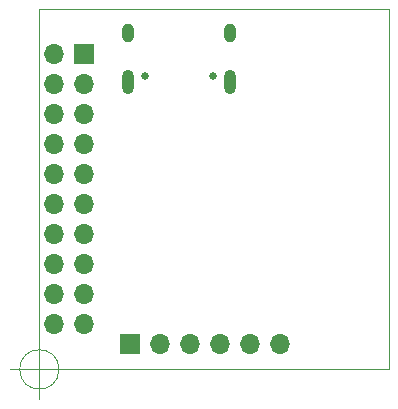
<source format=gbr>
G04 #@! TF.GenerationSoftware,KiCad,Pcbnew,(6.99.0-1917-g23fb4c7433)*
G04 #@! TF.CreationDate,2022-06-21T14:10:18+10:00*
G04 #@! TF.ProjectId,JtagArm20Adapter,4a746167-4172-46d3-9230-416461707465,rev?*
G04 #@! TF.SameCoordinates,PX8404630PY68290a0*
G04 #@! TF.FileFunction,Soldermask,Bot*
G04 #@! TF.FilePolarity,Negative*
%FSLAX46Y46*%
G04 Gerber Fmt 4.6, Leading zero omitted, Abs format (unit mm)*
G04 Created by KiCad (PCBNEW (6.99.0-1917-g23fb4c7433)) date 2022-06-21 14:10:18*
%MOMM*%
%LPD*%
G01*
G04 APERTURE LIST*
%ADD10R,1.700000X1.700000*%
%ADD11O,1.700000X1.700000*%
%ADD12C,0.650000*%
%ADD13O,1.000000X2.100000*%
%ADD14O,1.000000X1.600000*%
G04 #@! TA.AperFunction,Profile*
%ADD15C,0.050000*%
G04 #@! TD*
G04 APERTURE END LIST*
D10*
X3809999Y26669999D03*
D11*
X1269999Y26669999D03*
X3809999Y24129999D03*
X1269999Y24129999D03*
X3809999Y21589999D03*
X1269999Y21589999D03*
X3809999Y19049999D03*
X1269999Y19049999D03*
X3809999Y16509999D03*
X1269999Y16509999D03*
X3809999Y13969999D03*
X1269999Y13969999D03*
X3809999Y11429999D03*
X1269999Y11429999D03*
X3809999Y8889999D03*
X1269999Y8889999D03*
X3809999Y6349999D03*
X1269999Y6349999D03*
X3809999Y3809999D03*
X1269999Y3809999D03*
D10*
X7689999Y2129999D03*
D11*
X10229999Y2129999D03*
X12769999Y2129999D03*
X15309999Y2129999D03*
X17849999Y2129999D03*
X20389999Y2129999D03*
D12*
X14710000Y24870000D03*
X8930000Y24870000D03*
D13*
X16139999Y24339999D03*
D14*
X16139999Y28519999D03*
D13*
X7499999Y24339999D03*
D14*
X7499999Y28519999D03*
D15*
X1667462Y-1320D02*
G75*
G03*
X1667462Y-1320I-1666666J0D01*
G01*
X-2499204Y-1320D02*
X2500796Y-1320D01*
X796Y2498680D02*
X796Y-2501320D01*
X0Y0D02*
X0Y30480000D01*
X29570000Y30480000D02*
X29570000Y0D01*
X0Y30480000D02*
X29570000Y30480000D01*
X29570000Y0D02*
X0Y0D01*
M02*

</source>
